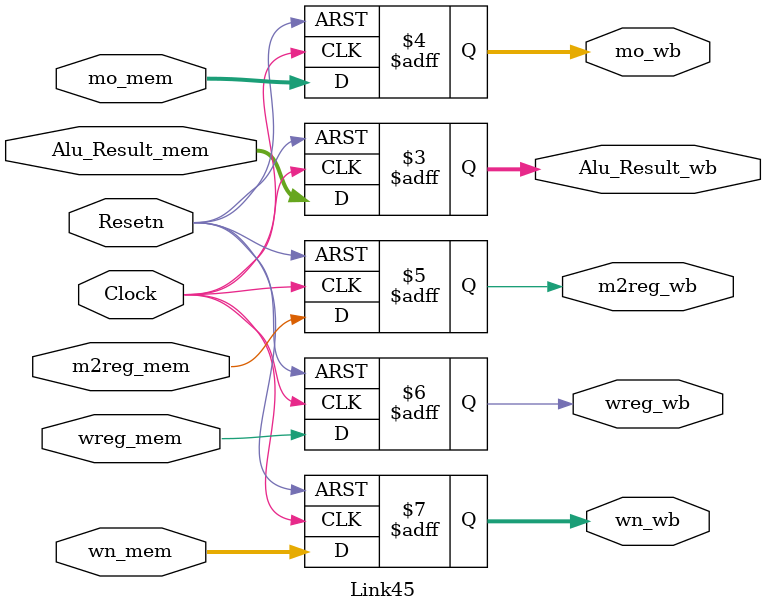
<source format=v>
`timescale 1ns / 1ps
module Link45(
	Alu_Result_mem, mo_mem, m2reg_mem, wn_mem, wreg_mem,
	Alu_Result_wb, mo_wb, m2reg_wb, wn_wb, wreg_wb,
	Clock, Resetn
);
	input [31:0] Alu_Result_mem, mo_mem;
	input m2reg_mem, Clock, Resetn, wreg_mem;
	input [4:0] wn_mem;
	output [31:0] Alu_Result_wb, mo_wb;
	output m2reg_wb, wreg_wb;
	output [4:0] wn_wb;
	
	reg [31:0] Alu_Result_wb, mo_wb;
	reg m2reg_wb, wreg_wb;
	reg [4:0] wn_wb;
	
	always @ (posedge Clock or negedge Resetn) begin
		if (Resetn == 0) begin
			Alu_Result_wb <= 0;
			mo_wb <= 0;
			m2reg_wb <= 0;
			wn_wb <= 0;
			wreg_wb <= 0;
		end
		else begin
			Alu_Result_wb <= Alu_Result_mem;
			mo_wb <= mo_mem;
			m2reg_wb <= m2reg_mem;
			wn_wb <= wn_mem;
			wreg_wb <= wreg_mem;
		end
	end

endmodule

</source>
